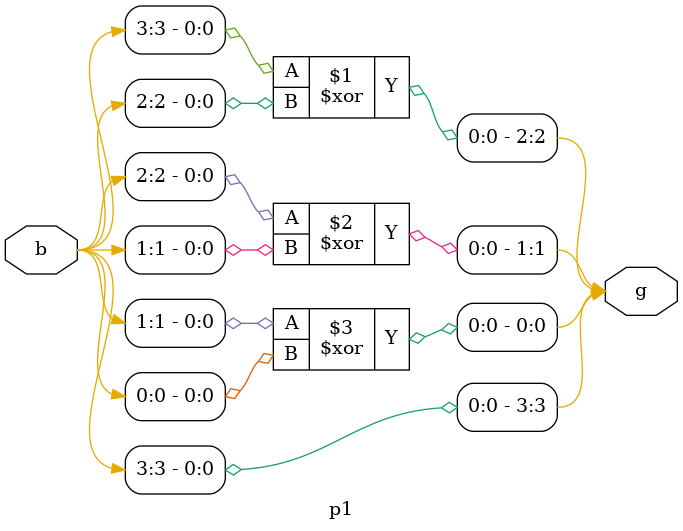
<source format=v>
module p1(g, b); //// listing all inputs and outputs, by convention outputs go first
	output [3:0]g; //gray code
	input [3:0]b; //binary code
	//conversion
	assign g[3]=b[3];
	assign g[2]=b[3]^b[2];
	assign g[1]=b[2]^b[1];
	assign g[0]=b[1]^b[0];
endmodule

</source>
